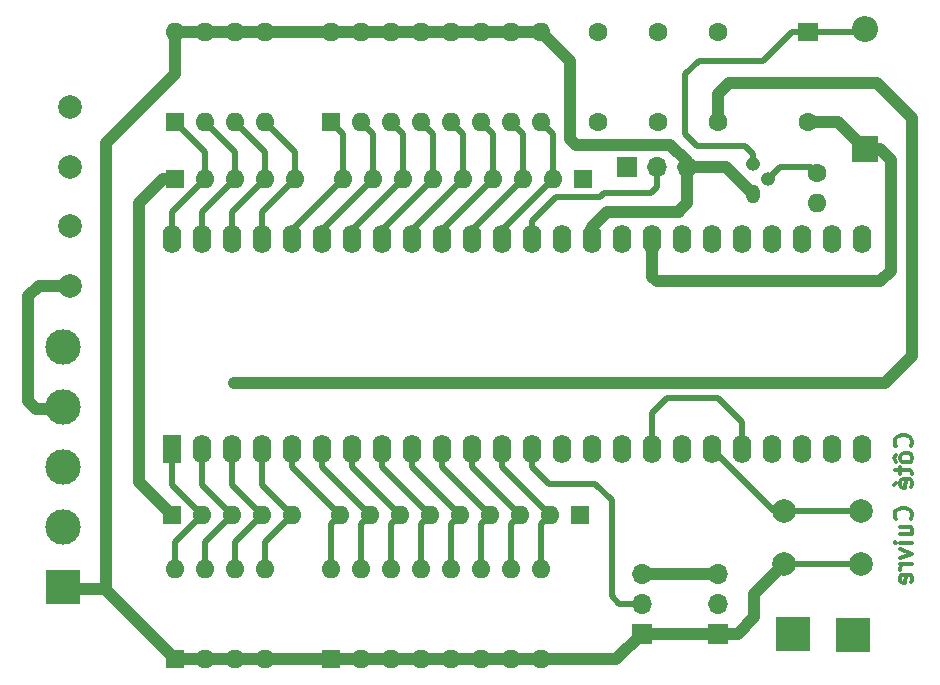
<source format=gbr>
%TF.GenerationSoftware,KiCad,Pcbnew,(5.1.9)-1*%
%TF.CreationDate,2022-09-08T11:50:57+02:00*%
%TF.ProjectId,gonogo-upduino,676f6e6f-676f-42d7-9570-6475696e6f2e,rev?*%
%TF.SameCoordinates,Original*%
%TF.FileFunction,Copper,L2,Bot*%
%TF.FilePolarity,Positive*%
%FSLAX46Y46*%
G04 Gerber Fmt 4.6, Leading zero omitted, Abs format (unit mm)*
G04 Created by KiCad (PCBNEW (5.1.9)-1) date 2022-09-08 11:50:57*
%MOMM*%
%LPD*%
G01*
G04 APERTURE LIST*
%TA.AperFunction,NonConductor*%
%ADD10C,0.300000*%
%TD*%
%TA.AperFunction,ComponentPad*%
%ADD11R,1.600000X2.400000*%
%TD*%
%TA.AperFunction,ComponentPad*%
%ADD12O,1.600000X2.400000*%
%TD*%
%TA.AperFunction,ComponentPad*%
%ADD13R,2.200000X2.200000*%
%TD*%
%TA.AperFunction,ComponentPad*%
%ADD14O,2.200000X2.200000*%
%TD*%
%TA.AperFunction,ComponentPad*%
%ADD15R,1.700000X1.700000*%
%TD*%
%TA.AperFunction,ComponentPad*%
%ADD16O,1.700000X1.700000*%
%TD*%
%TA.AperFunction,ComponentPad*%
%ADD17C,1.600000*%
%TD*%
%TA.AperFunction,ComponentPad*%
%ADD18R,1.800000X1.600000*%
%TD*%
%TA.AperFunction,ComponentPad*%
%ADD19O,1.200000X1.600000*%
%TD*%
%TA.AperFunction,ComponentPad*%
%ADD20O,1.200000X1.200000*%
%TD*%
%TA.AperFunction,ComponentPad*%
%ADD21O,1.600000X1.600000*%
%TD*%
%TA.AperFunction,ComponentPad*%
%ADD22R,1.600000X1.600000*%
%TD*%
%TA.AperFunction,ComponentPad*%
%ADD23R,3.000000X3.000000*%
%TD*%
%TA.AperFunction,ComponentPad*%
%ADD24C,2.000000*%
%TD*%
%TA.AperFunction,ComponentPad*%
%ADD25C,3.000000*%
%TD*%
%TA.AperFunction,ViaPad*%
%ADD26C,0.800000*%
%TD*%
%TA.AperFunction,Conductor*%
%ADD27C,1.000000*%
%TD*%
%TA.AperFunction,Conductor*%
%ADD28C,0.500000*%
%TD*%
G04 APERTURE END LIST*
D10*
X196623714Y-91706571D02*
X196695142Y-91635142D01*
X196766571Y-91420857D01*
X196766571Y-91278000D01*
X196695142Y-91063714D01*
X196552285Y-90920857D01*
X196409428Y-90849428D01*
X196123714Y-90778000D01*
X195909428Y-90778000D01*
X195623714Y-90849428D01*
X195480857Y-90920857D01*
X195338000Y-91063714D01*
X195266571Y-91278000D01*
X195266571Y-91420857D01*
X195338000Y-91635142D01*
X195409428Y-91706571D01*
X196766571Y-92563714D02*
X196695142Y-92420857D01*
X196623714Y-92349428D01*
X196480857Y-92278000D01*
X196052285Y-92278000D01*
X195909428Y-92349428D01*
X195838000Y-92420857D01*
X195766571Y-92563714D01*
X195766571Y-92778000D01*
X195838000Y-92920857D01*
X195909428Y-92992285D01*
X196052285Y-93063714D01*
X196480857Y-93063714D01*
X196623714Y-92992285D01*
X196695142Y-92920857D01*
X196766571Y-92778000D01*
X196766571Y-92563714D01*
X195409428Y-92420857D02*
X195195142Y-92706571D01*
X195409428Y-92992285D01*
X195766571Y-93492285D02*
X195766571Y-94063714D01*
X195266571Y-93706571D02*
X196552285Y-93706571D01*
X196695142Y-93778000D01*
X196766571Y-93920857D01*
X196766571Y-94063714D01*
X196695142Y-95135142D02*
X196766571Y-94992285D01*
X196766571Y-94706571D01*
X196695142Y-94563714D01*
X196552285Y-94492285D01*
X195980857Y-94492285D01*
X195838000Y-94563714D01*
X195766571Y-94706571D01*
X195766571Y-94992285D01*
X195838000Y-95135142D01*
X195980857Y-95206571D01*
X196123714Y-95206571D01*
X196266571Y-94492285D01*
X195195142Y-94992285D02*
X195409428Y-94778000D01*
X196623714Y-97849428D02*
X196695142Y-97778000D01*
X196766571Y-97563714D01*
X196766571Y-97420857D01*
X196695142Y-97206571D01*
X196552285Y-97063714D01*
X196409428Y-96992285D01*
X196123714Y-96920857D01*
X195909428Y-96920857D01*
X195623714Y-96992285D01*
X195480857Y-97063714D01*
X195338000Y-97206571D01*
X195266571Y-97420857D01*
X195266571Y-97563714D01*
X195338000Y-97778000D01*
X195409428Y-97849428D01*
X195766571Y-99135142D02*
X196766571Y-99135142D01*
X195766571Y-98492285D02*
X196552285Y-98492285D01*
X196695142Y-98563714D01*
X196766571Y-98706571D01*
X196766571Y-98920857D01*
X196695142Y-99063714D01*
X196623714Y-99135142D01*
X196766571Y-99849428D02*
X195766571Y-99849428D01*
X195266571Y-99849428D02*
X195338000Y-99778000D01*
X195409428Y-99849428D01*
X195338000Y-99920857D01*
X195266571Y-99849428D01*
X195409428Y-99849428D01*
X195766571Y-100420857D02*
X196766571Y-100778000D01*
X195766571Y-101135142D01*
X196766571Y-101706571D02*
X195766571Y-101706571D01*
X196052285Y-101706571D02*
X195909428Y-101778000D01*
X195838000Y-101849428D01*
X195766571Y-101992285D01*
X195766571Y-102135142D01*
X196695142Y-103206571D02*
X196766571Y-103063714D01*
X196766571Y-102778000D01*
X196695142Y-102635142D01*
X196552285Y-102563714D01*
X195980857Y-102563714D01*
X195838000Y-102635142D01*
X195766571Y-102778000D01*
X195766571Y-103063714D01*
X195838000Y-103206571D01*
X195980857Y-103278000D01*
X196123714Y-103278000D01*
X196266571Y-102563714D01*
D11*
%TO.P,UPDuino-3.1,1*%
%TO.N,/GO_0*%
X134112000Y-91948000D03*
D12*
%TO.P,UPDuino-3.1,25*%
%TO.N,Net-(U1-Pad25)*%
X192532000Y-74168000D03*
%TO.P,UPDuino-3.1,2*%
%TO.N,/GO_1*%
X136652000Y-91948000D03*
%TO.P,UPDuino-3.1,26*%
%TO.N,Net-(U1-Pad26)*%
X189992000Y-74168000D03*
%TO.P,UPDuino-3.1,3*%
%TO.N,/GO_2*%
X139192000Y-91948000D03*
%TO.P,UPDuino-3.1,27*%
%TO.N,Net-(U1-Pad27)*%
X187452000Y-74168000D03*
%TO.P,UPDuino-3.1,4*%
%TO.N,/GO_3*%
X141732000Y-91948000D03*
%TO.P,UPDuino-3.1,28*%
%TO.N,Net-(U1-Pad28)*%
X184912000Y-74168000D03*
%TO.P,UPDuino-3.1,5*%
%TO.N,/GO_4*%
X144272000Y-91948000D03*
%TO.P,UPDuino-3.1,29*%
%TO.N,Net-(U1-Pad29)*%
X182372000Y-74168000D03*
%TO.P,UPDuino-3.1,6*%
%TO.N,/GO_5*%
X146812000Y-91948000D03*
%TO.P,UPDuino-3.1,30*%
%TO.N,Net-(U1-Pad30)*%
X179832000Y-74168000D03*
%TO.P,UPDuino-3.1,7*%
%TO.N,/GO_6*%
X149352000Y-91948000D03*
%TO.P,UPDuino-3.1,31*%
%TO.N,Net-(U1-Pad31)*%
X177292000Y-74168000D03*
%TO.P,UPDuino-3.1,8*%
%TO.N,/GO_7*%
X151892000Y-91948000D03*
%TO.P,UPDuino-3.1,32*%
%TO.N,/5v*%
X174752000Y-74168000D03*
%TO.P,UPDuino-3.1,9*%
%TO.N,/GO_8*%
X154432000Y-91948000D03*
%TO.P,UPDuino-3.1,33*%
%TO.N,/3\u002C3V*%
X172212000Y-74168000D03*
%TO.P,UPDuino-3.1,10*%
%TO.N,/GO_9*%
X156972000Y-91948000D03*
%TO.P,UPDuino-3.1,34*%
%TO.N,/GND*%
X169672000Y-74168000D03*
%TO.P,UPDuino-3.1,11*%
%TO.N,/GO_10*%
X159512000Y-91948000D03*
%TO.P,UPDuino-3.1,35*%
%TO.N,/GONOGO*%
X167132000Y-74168000D03*
%TO.P,UPDuino-3.1,12*%
%TO.N,/GO_11*%
X162052000Y-91948000D03*
%TO.P,UPDuino-3.1,36*%
%TO.N,/LED_ENABLE*%
X164592000Y-74168000D03*
%TO.P,UPDuino-3.1,13*%
%TO.N,/GO_1_60S*%
X164592000Y-91948000D03*
%TO.P,UPDuino-3.1,37*%
%TO.N,/NOGO_11*%
X162052000Y-74168000D03*
%TO.P,UPDuino-3.1,14*%
%TO.N,/NOGO_1_60S*%
X167132000Y-91948000D03*
%TO.P,UPDuino-3.1,38*%
%TO.N,/NOGO_10*%
X159512000Y-74168000D03*
%TO.P,UPDuino-3.1,15*%
%TO.N,/SECONDES*%
X169672000Y-91948000D03*
%TO.P,UPDuino-3.1,39*%
%TO.N,/NOGO_9*%
X156972000Y-74168000D03*
%TO.P,UPDuino-3.1,16*%
%TO.N,/MINUTES*%
X172212000Y-91948000D03*
%TO.P,UPDuino-3.1,40*%
%TO.N,/NOGO_8*%
X154432000Y-74168000D03*
%TO.P,UPDuino-3.1,17*%
%TO.N,/12MHz*%
X174752000Y-91948000D03*
%TO.P,UPDuino-3.1,41*%
%TO.N,/NOGO_7*%
X151892000Y-74168000D03*
%TO.P,UPDuino-3.1,18*%
%TO.N,Net-(U1-Pad18)*%
X177292000Y-91948000D03*
%TO.P,UPDuino-3.1,42*%
%TO.N,/NOGO_6*%
X149352000Y-74168000D03*
%TO.P,UPDuino-3.1,19*%
%TO.N,Net-(SW5-Pad1)*%
X179832000Y-91948000D03*
%TO.P,UPDuino-3.1,43*%
%TO.N,/NOGO_5*%
X146812000Y-74168000D03*
%TO.P,UPDuino-3.1,20*%
%TO.N,/12MHz*%
X182372000Y-91948000D03*
%TO.P,UPDuino-3.1,44*%
%TO.N,/NOGO_4*%
X144272000Y-74168000D03*
%TO.P,UPDuino-3.1,21*%
%TO.N,Net-(U1-Pad21)*%
X184912000Y-91948000D03*
%TO.P,UPDuino-3.1,45*%
%TO.N,/NOGO_3*%
X141732000Y-74168000D03*
%TO.P,UPDuino-3.1,22*%
%TO.N,Net-(U1-Pad22)*%
X187452000Y-91948000D03*
%TO.P,UPDuino-3.1,46*%
%TO.N,/NOGO_2*%
X139192000Y-74168000D03*
%TO.P,UPDuino-3.1,23*%
%TO.N,Net-(U1-Pad23)*%
X189992000Y-91948000D03*
%TO.P,UPDuino-3.1,47*%
%TO.N,/NOGO_1*%
X136652000Y-74168000D03*
%TO.P,UPDuino-3.1,24*%
%TO.N,Net-(U1-Pad24)*%
X192532000Y-91948000D03*
%TO.P,UPDuino-3.1,48*%
%TO.N,/NOGO_0*%
X134112000Y-74168000D03*
%TD*%
D13*
%TO.P,1N4001,1*%
%TO.N,/5v*%
X192786000Y-66548000D03*
D14*
%TO.P,1N4001,2*%
%TO.N,Net-(D1-Pad2)*%
X192786000Y-56388000D03*
%TD*%
D15*
%TO.P,E<LED>D,1*%
%TO.N,/3\u002C3V*%
X172593000Y-68072000D03*
D16*
%TO.P,E<LED>D,2*%
%TO.N,/LED_ENABLE*%
X175133000Y-68072000D03*
%TO.P,E<LED>D,3*%
%TO.N,/GND*%
X177673000Y-68072000D03*
%TD*%
D15*
%TO.P,NOGO-1-60S,1*%
%TO.N,/GND*%
X180340000Y-107569000D03*
D16*
%TO.P,NOGO-1-60S,2*%
%TO.N,/NOGO_1_60S*%
X180340000Y-105029000D03*
%TO.P,NOGO-1-60S,3*%
%TO.N,/3\u002C3V*%
X180340000Y-102489000D03*
%TD*%
%TO.P,GO-1-60S,3*%
%TO.N,/3\u002C3V*%
X173863000Y-102489000D03*
%TO.P,GO-1-60S,2*%
%TO.N,/GO_1_60S*%
X173863000Y-105029000D03*
D15*
%TO.P,GO-1-60S,1*%
%TO.N,/GND*%
X173863000Y-107569000D03*
%TD*%
D17*
%TO.P,FINDER 30-22/5v,21*%
%TO.N,Net-(J1-Pad5)*%
X180340000Y-64262000D03*
%TO.P,FINDER 30-22/5v,22*%
%TO.N,Net-(K1-Pad22)*%
X175260000Y-64262000D03*
%TO.P,FINDER 30-22/5v,24*%
%TO.N,Net-(F1-Pad2)*%
X170180000Y-64262000D03*
D18*
%TO.P,FINDER 30-22/5v,A1*%
%TO.N,Net-(D1-Pad2)*%
X187960000Y-56642000D03*
D17*
%TO.P,FINDER 30-22/5v,A2*%
%TO.N,/5v*%
X187960000Y-64262000D03*
%TO.P,FINDER 30-22/5v,11*%
%TO.N,Net-(J1-Pad3)*%
X180340000Y-56642000D03*
%TO.P,FINDER 30-22/5v,14*%
%TO.N,Net-(F2-Pad2)*%
X170180000Y-56642000D03*
%TO.P,FINDER 30-22/5v,12*%
%TO.N,Net-(K1-Pad12)*%
X175260000Y-56642000D03*
%TD*%
D19*
%TO.P,2N2222,1*%
%TO.N,/GND*%
X183261000Y-70358000D03*
D20*
%TO.P,2N2222,2*%
%TO.N,Net-(Q1-Pad2)*%
X184531000Y-69088000D03*
%TO.P,2N2222,3*%
%TO.N,Net-(D1-Pad2)*%
X183261000Y-67818000D03*
%TD*%
D21*
%TO.P,RN1,9*%
%TO.N,/NOGO_4*%
X148590000Y-69088000D03*
%TO.P,RN1,8*%
%TO.N,/NOGO_5*%
X151130000Y-69088000D03*
%TO.P,RN1,7*%
%TO.N,/NOGO_6*%
X153670000Y-69088000D03*
%TO.P,RN1,6*%
%TO.N,/NOGO_7*%
X156210000Y-69088000D03*
%TO.P,RN1,5*%
%TO.N,/NOGO_8*%
X158750000Y-69088000D03*
%TO.P,RN1,4*%
%TO.N,/NOGO_9*%
X161290000Y-69088000D03*
%TO.P,RN1,3*%
%TO.N,/NOGO_10*%
X163830000Y-69088000D03*
%TO.P,RN1,2*%
%TO.N,/NOGO_11*%
X166370000Y-69088000D03*
D22*
%TO.P,RN1,1*%
%TO.N,/3\u002C3V*%
X168910000Y-69088000D03*
%TD*%
D21*
%TO.P,RN2,5*%
%TO.N,/NOGO_3*%
X144526000Y-69088000D03*
%TO.P,RN2,4*%
%TO.N,/NOGO_2*%
X141986000Y-69088000D03*
%TO.P,RN2,3*%
%TO.N,/NOGO_1*%
X139446000Y-69088000D03*
%TO.P,RN2,2*%
%TO.N,/NOGO_0*%
X136906000Y-69088000D03*
D22*
%TO.P,RN2,1*%
%TO.N,/3\u002C3V*%
X134366000Y-69088000D03*
%TD*%
%TO.P,RN3,1*%
%TO.N,/3\u002C3V*%
X168656000Y-97536000D03*
D21*
%TO.P,RN3,2*%
%TO.N,/GO_11*%
X166116000Y-97536000D03*
%TO.P,RN3,3*%
%TO.N,/GO_10*%
X163576000Y-97536000D03*
%TO.P,RN3,4*%
%TO.N,/GO_9*%
X161036000Y-97536000D03*
%TO.P,RN3,5*%
%TO.N,/GO_8*%
X158496000Y-97536000D03*
%TO.P,RN3,6*%
%TO.N,/GO_7*%
X155956000Y-97536000D03*
%TO.P,RN3,7*%
%TO.N,/GO_6*%
X153416000Y-97536000D03*
%TO.P,RN3,8*%
%TO.N,/GO_5*%
X150876000Y-97536000D03*
%TO.P,RN3,9*%
%TO.N,/GO_4*%
X148336000Y-97536000D03*
%TD*%
D22*
%TO.P,RN4,1*%
%TO.N,/3\u002C3V*%
X134112000Y-97536000D03*
D21*
%TO.P,RN4,2*%
%TO.N,/GO_0*%
X136652000Y-97536000D03*
%TO.P,RN4,3*%
%TO.N,/GO_1*%
X139192000Y-97536000D03*
%TO.P,RN4,4*%
%TO.N,/GO_2*%
X141732000Y-97536000D03*
%TO.P,RN4,5*%
%TO.N,/GO_3*%
X144272000Y-97536000D03*
%TD*%
D22*
%TO.P,NOGO-4-11,1*%
%TO.N,/NOGO_4*%
X147574000Y-64262000D03*
D21*
%TO.P,NOGO-4-11,9*%
%TO.N,/GND*%
X165354000Y-56642000D03*
%TO.P,NOGO-4-11,2*%
%TO.N,/NOGO_5*%
X150114000Y-64262000D03*
%TO.P,NOGO-4-11,10*%
%TO.N,/GND*%
X162814000Y-56642000D03*
%TO.P,NOGO-4-11,3*%
%TO.N,/NOGO_6*%
X152654000Y-64262000D03*
%TO.P,NOGO-4-11,11*%
%TO.N,/GND*%
X160274000Y-56642000D03*
%TO.P,NOGO-4-11,4*%
%TO.N,/NOGO_7*%
X155194000Y-64262000D03*
%TO.P,NOGO-4-11,12*%
%TO.N,/GND*%
X157734000Y-56642000D03*
%TO.P,NOGO-4-11,5*%
%TO.N,/NOGO_8*%
X157734000Y-64262000D03*
%TO.P,NOGO-4-11,13*%
%TO.N,/GND*%
X155194000Y-56642000D03*
%TO.P,NOGO-4-11,6*%
%TO.N,/NOGO_9*%
X160274000Y-64262000D03*
%TO.P,NOGO-4-11,14*%
%TO.N,/GND*%
X152654000Y-56642000D03*
%TO.P,NOGO-4-11,7*%
%TO.N,/NOGO_10*%
X162814000Y-64262000D03*
%TO.P,NOGO-4-11,15*%
%TO.N,/GND*%
X150114000Y-56642000D03*
%TO.P,NOGO-4-11,8*%
%TO.N,/NOGO_11*%
X165354000Y-64262000D03*
%TO.P,NOGO-4-11,16*%
%TO.N,/GND*%
X147574000Y-56642000D03*
%TD*%
%TO.P,NOGO-0-3,8*%
%TO.N,/GND*%
X134366000Y-56642000D03*
%TO.P,NOGO-0-3,4*%
%TO.N,/NOGO_3*%
X141986000Y-64262000D03*
%TO.P,NOGO-0-3,7*%
%TO.N,/GND*%
X136906000Y-56642000D03*
%TO.P,NOGO-0-3,3*%
%TO.N,/NOGO_2*%
X139446000Y-64262000D03*
%TO.P,NOGO-0-3,6*%
%TO.N,/GND*%
X139446000Y-56642000D03*
%TO.P,NOGO-0-3,2*%
%TO.N,/NOGO_1*%
X136906000Y-64262000D03*
%TO.P,NOGO-0-3,5*%
%TO.N,/GND*%
X141986000Y-56642000D03*
D22*
%TO.P,NOGO-0-3,1*%
%TO.N,/NOGO_0*%
X134366000Y-64262000D03*
%TD*%
%TO.P,GO-0-3,1*%
%TO.N,/GND*%
X134366000Y-109728000D03*
D21*
%TO.P,GO-0-3,5*%
%TO.N,/GO_3*%
X141986000Y-102108000D03*
%TO.P,GO-0-3,2*%
%TO.N,/GND*%
X136906000Y-109728000D03*
%TO.P,GO-0-3,6*%
%TO.N,/GO_2*%
X139446000Y-102108000D03*
%TO.P,GO-0-3,3*%
%TO.N,/GND*%
X139446000Y-109728000D03*
%TO.P,GO-0-3,7*%
%TO.N,/GO_1*%
X136906000Y-102108000D03*
%TO.P,GO-0-3,4*%
%TO.N,/GND*%
X141986000Y-109728000D03*
%TO.P,GO-0-3,8*%
%TO.N,/GO_0*%
X134366000Y-102108000D03*
%TD*%
%TO.P,GO-4-11,16*%
%TO.N,/GO_4*%
X147574000Y-102108000D03*
%TO.P,GO-4-11,8*%
%TO.N,/GND*%
X165354000Y-109728000D03*
%TO.P,GO-4-11,15*%
%TO.N,/GO_5*%
X150114000Y-102108000D03*
%TO.P,GO-4-11,7*%
%TO.N,/GND*%
X162814000Y-109728000D03*
%TO.P,GO-4-11,14*%
%TO.N,/GO_6*%
X152654000Y-102108000D03*
%TO.P,GO-4-11,6*%
%TO.N,/GND*%
X160274000Y-109728000D03*
%TO.P,GO-4-11,13*%
%TO.N,/GO_7*%
X155194000Y-102108000D03*
%TO.P,GO-4-11,5*%
%TO.N,/GND*%
X157734000Y-109728000D03*
%TO.P,GO-4-11,12*%
%TO.N,/GO_8*%
X157734000Y-102108000D03*
%TO.P,GO-4-11,4*%
%TO.N,/GND*%
X155194000Y-109728000D03*
%TO.P,GO-4-11,11*%
%TO.N,/GO_9*%
X160274000Y-102108000D03*
%TO.P,GO-4-11,3*%
%TO.N,/GND*%
X152654000Y-109728000D03*
%TO.P,GO-4-11,10*%
%TO.N,/GO_10*%
X162814000Y-102108000D03*
%TO.P,GO-4-11,2*%
%TO.N,/GND*%
X150114000Y-109728000D03*
%TO.P,GO-4-11,9*%
%TO.N,/GO_11*%
X165354000Y-102108000D03*
D22*
%TO.P,GO-4-11,1*%
%TO.N,/GND*%
X147574000Y-109728000D03*
%TD*%
D23*
%TO.P,MIN,1*%
%TO.N,/MINUTES*%
X191770000Y-107696000D03*
%TD*%
%TO.P,SEC,1*%
%TO.N,/SECONDES*%
X186690000Y-107569000D03*
%TD*%
D24*
%TO.P,F1/2A,2*%
%TO.N,Net-(F1-Pad2)*%
X125486000Y-73025000D03*
%TO.P,F1/2A,1*%
%TO.N,Net-(F1-Pad1)*%
X125476000Y-78105000D03*
%TD*%
D25*
%TO.P,J1,2*%
%TO.N,Net-(F2-Pad1)*%
X124841000Y-98552000D03*
%TO.P,J1,3*%
%TO.N,Net-(J1-Pad3)*%
X124841000Y-93472000D03*
D23*
%TO.P,J1,1*%
%TO.N,/GND*%
X124841000Y-103632000D03*
D25*
%TO.P,J1,4*%
%TO.N,Net-(F1-Pad1)*%
X124841000Y-88392000D03*
%TO.P,J1,5*%
%TO.N,Net-(J1-Pad5)*%
X124841000Y-83312000D03*
%TD*%
D24*
%TO.P,F2/2A,1*%
%TO.N,Net-(F2-Pad1)*%
X125476000Y-68072000D03*
%TO.P,F2/2A,2*%
%TO.N,Net-(F2-Pad2)*%
X125486000Y-62992000D03*
%TD*%
%TO.P,RESET,2*%
%TO.N,/GND*%
X185928000Y-101655000D03*
%TO.P,RESET,1*%
%TO.N,Net-(SW5-Pad1)*%
X185928000Y-97155000D03*
%TO.P,RESET,2*%
%TO.N,/GND*%
X192428000Y-101655000D03*
%TO.P,RESET,1*%
%TO.N,Net-(SW5-Pad1)*%
X192428000Y-97155000D03*
%TD*%
D17*
%TO.P,15k,1*%
%TO.N,Net-(Q1-Pad2)*%
X188722000Y-68580000D03*
D21*
%TO.P,15k,2*%
%TO.N,/GONOGO*%
X188722000Y-71120000D03*
%TD*%
D26*
%TO.N,Net-(J1-Pad5)*%
X139319000Y-86360000D03*
%TD*%
D27*
%TO.N,/GND*%
X134366000Y-109728000D02*
X136906000Y-109728000D01*
X136906000Y-109728000D02*
X139446000Y-109728000D01*
X139446000Y-109728000D02*
X141986000Y-109728000D01*
X141986000Y-109728000D02*
X147574000Y-109728000D01*
X147574000Y-109728000D02*
X150114000Y-109728000D01*
X150114000Y-109728000D02*
X152654000Y-109728000D01*
X152654000Y-109728000D02*
X155194000Y-109728000D01*
X155194000Y-109728000D02*
X157734000Y-109728000D01*
X157734000Y-109728000D02*
X160274000Y-109728000D01*
X160274000Y-109728000D02*
X162814000Y-109728000D01*
X162814000Y-109728000D02*
X165354000Y-109728000D01*
X134366000Y-56642000D02*
X136906000Y-56642000D01*
X136906000Y-56642000D02*
X139446000Y-56642000D01*
X139446000Y-56642000D02*
X141986000Y-56642000D01*
X141986000Y-56642000D02*
X147574000Y-56642000D01*
X147574000Y-56642000D02*
X150114000Y-56642000D01*
X150114000Y-56642000D02*
X152654000Y-56642000D01*
X152654000Y-56642000D02*
X155194000Y-56642000D01*
X155194000Y-56642000D02*
X157734000Y-56642000D01*
X157734000Y-56642000D02*
X160274000Y-56642000D01*
X160274000Y-56642000D02*
X162814000Y-56642000D01*
X162814000Y-56642000D02*
X165354000Y-56642000D01*
X169672000Y-73406000D02*
X169672000Y-74168000D01*
D28*
X185928000Y-101655000D02*
X192428000Y-101655000D01*
D27*
X173863000Y-107569000D02*
X180340000Y-107569000D01*
X171704000Y-109728000D02*
X173863000Y-107569000D01*
X165354000Y-109728000D02*
X171704000Y-109728000D01*
X180340000Y-107569000D02*
X181991000Y-107569000D01*
X181991000Y-107569000D02*
X183388000Y-106172000D01*
X183388000Y-104195000D02*
X185928000Y-101655000D01*
X183388000Y-106172000D02*
X183388000Y-104195000D01*
X169672000Y-74168000D02*
X169672000Y-73152000D01*
X169672000Y-73152000D02*
X170942000Y-71882000D01*
X170942000Y-71882000D02*
X177038000Y-71882000D01*
X177038000Y-71882000D02*
X177038000Y-71755000D01*
X177673000Y-71120000D02*
X177673000Y-68072000D01*
X177038000Y-71755000D02*
X177673000Y-71120000D01*
X180975000Y-68072000D02*
X183261000Y-70358000D01*
X177673000Y-68072000D02*
X180975000Y-68072000D01*
X177673000Y-67564000D02*
X177673000Y-68072000D01*
X176276000Y-66167000D02*
X177673000Y-67564000D01*
X168275000Y-66167000D02*
X176276000Y-66167000D01*
X167767000Y-65659000D02*
X168275000Y-66167000D01*
X167767000Y-59055000D02*
X167767000Y-65659000D01*
X165354000Y-56642000D02*
X167767000Y-59055000D01*
X128524000Y-103886000D02*
X134366000Y-109728000D01*
X128524000Y-66040000D02*
X128524000Y-103886000D01*
X134366000Y-60198000D02*
X128524000Y-66040000D01*
X134366000Y-56642000D02*
X134366000Y-60198000D01*
X128397000Y-103759000D02*
X128524000Y-103886000D01*
X124841000Y-103759000D02*
X128397000Y-103759000D01*
D28*
%TO.N,Net-(D1-Pad2)*%
X192532000Y-56642000D02*
X192786000Y-56388000D01*
X187960000Y-56642000D02*
X192532000Y-56642000D01*
X186560000Y-56642000D02*
X184147000Y-59055000D01*
X187960000Y-56642000D02*
X186560000Y-56642000D01*
X184147000Y-59055000D02*
X178689000Y-59055000D01*
X178689000Y-59055000D02*
X177546000Y-60198000D01*
X177546000Y-60198000D02*
X177546000Y-65278000D01*
X177546000Y-65278000D02*
X178562000Y-66294000D01*
X178562000Y-66294000D02*
X182626000Y-66294000D01*
X183261000Y-66929000D02*
X183261000Y-67818000D01*
X182626000Y-66294000D02*
X183261000Y-66929000D01*
D27*
%TO.N,/3\u002C3V*%
X134366000Y-69088000D02*
X133350000Y-69088000D01*
X133350000Y-69088000D02*
X131318000Y-71120000D01*
X131318000Y-94742000D02*
X134112000Y-97536000D01*
X131318000Y-71120000D02*
X131318000Y-94742000D01*
X173863000Y-102489000D02*
X180086000Y-102489000D01*
X180086000Y-102489000D02*
X180340000Y-102489000D01*
D28*
%TO.N,/5v*%
X174752000Y-74168000D02*
X175124219Y-74168000D01*
D27*
X192786000Y-66548000D02*
X194056000Y-66548000D01*
X194056000Y-66548000D02*
X194945000Y-67437000D01*
X194945000Y-67437000D02*
X194945000Y-76835000D01*
X194945000Y-76835000D02*
X194056000Y-77724000D01*
X194056000Y-77724000D02*
X175133000Y-77724000D01*
X174752000Y-77343000D02*
X174752000Y-74168000D01*
X175133000Y-77724000D02*
X174752000Y-77343000D01*
X190500000Y-64262000D02*
X192786000Y-66548000D01*
X187960000Y-64262000D02*
X190500000Y-64262000D01*
D28*
%TO.N,/LED_ENABLE*%
X175133000Y-69723000D02*
X175133000Y-68072000D01*
X170688000Y-70231000D02*
X174625000Y-70231000D01*
X170307000Y-70612000D02*
X170688000Y-70231000D01*
X166624000Y-70612000D02*
X170307000Y-70612000D01*
X174625000Y-70231000D02*
X175133000Y-69723000D01*
X164592000Y-72644000D02*
X166624000Y-70612000D01*
X164592000Y-74168000D02*
X164592000Y-72644000D01*
%TO.N,/GO_1_60S*%
X164592000Y-91948000D02*
X164592000Y-93472000D01*
X164592000Y-93472000D02*
X165989000Y-94869000D01*
X165989000Y-94869000D02*
X169926000Y-94869000D01*
X169926000Y-94869000D02*
X171323000Y-96266000D01*
X171323000Y-96266000D02*
X171323000Y-104394000D01*
X171958000Y-105029000D02*
X173863000Y-105029000D01*
X171323000Y-104394000D02*
X171958000Y-105029000D01*
%TO.N,Net-(Q1-Pad2)*%
X184531000Y-69088000D02*
X185547000Y-68072000D01*
X188214000Y-68072000D02*
X188722000Y-68580000D01*
X185547000Y-68072000D02*
X188214000Y-68072000D01*
%TO.N,/GONOGO*%
X167132000Y-74168000D02*
X167504219Y-74168000D01*
%TO.N,/NOGO_4*%
X144272000Y-73406000D02*
X148590000Y-69088000D01*
X144272000Y-74168000D02*
X144272000Y-73406000D01*
X148590000Y-65278000D02*
X147574000Y-64262000D01*
X148590000Y-69088000D02*
X148590000Y-65278000D01*
%TO.N,/NOGO_5*%
X146812000Y-73406000D02*
X151130000Y-69088000D01*
X146812000Y-74168000D02*
X146812000Y-73406000D01*
X151130000Y-65278000D02*
X150114000Y-64262000D01*
X151130000Y-69088000D02*
X151130000Y-65278000D01*
%TO.N,/NOGO_6*%
X149352000Y-73406000D02*
X153670000Y-69088000D01*
X149352000Y-74168000D02*
X149352000Y-73406000D01*
X153670000Y-65278000D02*
X152654000Y-64262000D01*
X153670000Y-69088000D02*
X153670000Y-65278000D01*
%TO.N,/NOGO_7*%
X151892000Y-73406000D02*
X156210000Y-69088000D01*
X151892000Y-74168000D02*
X151892000Y-73406000D01*
X156210000Y-65278000D02*
X155194000Y-64262000D01*
X156210000Y-69088000D02*
X156210000Y-65278000D01*
%TO.N,/NOGO_8*%
X154432000Y-73406000D02*
X158750000Y-69088000D01*
X154432000Y-74168000D02*
X154432000Y-73406000D01*
X158750000Y-65278000D02*
X157734000Y-64262000D01*
X158750000Y-69088000D02*
X158750000Y-65278000D01*
%TO.N,/NOGO_9*%
X156972000Y-73406000D02*
X161290000Y-69088000D01*
X156972000Y-74168000D02*
X156972000Y-73406000D01*
X161290000Y-65278000D02*
X160274000Y-64262000D01*
X161290000Y-69088000D02*
X161290000Y-65278000D01*
%TO.N,/NOGO_10*%
X159512000Y-73406000D02*
X163830000Y-69088000D01*
X159512000Y-74168000D02*
X159512000Y-73406000D01*
X163830000Y-65278000D02*
X162814000Y-64262000D01*
X163830000Y-69088000D02*
X163830000Y-65278000D01*
%TO.N,/NOGO_11*%
X162052000Y-73406000D02*
X166370000Y-69088000D01*
X162052000Y-74168000D02*
X162052000Y-73406000D01*
X166370000Y-65278000D02*
X165354000Y-64262000D01*
X166370000Y-69088000D02*
X166370000Y-65278000D01*
%TO.N,/NOGO_0*%
X134112000Y-71882000D02*
X136906000Y-69088000D01*
X134112000Y-74168000D02*
X134112000Y-71882000D01*
X136906000Y-66802000D02*
X134366000Y-64262000D01*
X136906000Y-69088000D02*
X136906000Y-66802000D01*
%TO.N,/NOGO_1*%
X136652000Y-71882000D02*
X139446000Y-69088000D01*
X136652000Y-74168000D02*
X136652000Y-71882000D01*
X139446000Y-66802000D02*
X136906000Y-64262000D01*
X139446000Y-69088000D02*
X139446000Y-66802000D01*
%TO.N,/NOGO_2*%
X139192000Y-71882000D02*
X141986000Y-69088000D01*
X139192000Y-74168000D02*
X139192000Y-71882000D01*
X141986000Y-66802000D02*
X139446000Y-64262000D01*
X141986000Y-69088000D02*
X141986000Y-66802000D01*
%TO.N,/NOGO_3*%
X141732000Y-71882000D02*
X144526000Y-69088000D01*
X141732000Y-74168000D02*
X141732000Y-71882000D01*
X144526000Y-66802000D02*
X141986000Y-64262000D01*
X144526000Y-69088000D02*
X144526000Y-66802000D01*
%TO.N,/GO_11*%
X162052000Y-93472000D02*
X166116000Y-97536000D01*
X162052000Y-91948000D02*
X162052000Y-93472000D01*
X165354000Y-98298000D02*
X166116000Y-97536000D01*
X165354000Y-102108000D02*
X165354000Y-98298000D01*
%TO.N,/GO_10*%
X159512000Y-93472000D02*
X163576000Y-97536000D01*
X159512000Y-91948000D02*
X159512000Y-93472000D01*
X162814000Y-98298000D02*
X163576000Y-97536000D01*
X162814000Y-102108000D02*
X162814000Y-98298000D01*
%TO.N,/GO_9*%
X156972000Y-93472000D02*
X161036000Y-97536000D01*
X156972000Y-91948000D02*
X156972000Y-93472000D01*
X160274000Y-98298000D02*
X161036000Y-97536000D01*
X160274000Y-102108000D02*
X160274000Y-98298000D01*
%TO.N,/GO_8*%
X154432000Y-93472000D02*
X158496000Y-97536000D01*
X154432000Y-91948000D02*
X154432000Y-93472000D01*
X157734000Y-98298000D02*
X158496000Y-97536000D01*
X157734000Y-102108000D02*
X157734000Y-98298000D01*
%TO.N,/GO_7*%
X151892000Y-93472000D02*
X155956000Y-97536000D01*
X151892000Y-91948000D02*
X151892000Y-93472000D01*
X155194000Y-98298000D02*
X155956000Y-97536000D01*
X155194000Y-102108000D02*
X155194000Y-98298000D01*
%TO.N,/GO_6*%
X149352000Y-93472000D02*
X153416000Y-97536000D01*
X149352000Y-91948000D02*
X149352000Y-93472000D01*
X152654000Y-98298000D02*
X153416000Y-97536000D01*
X152654000Y-102108000D02*
X152654000Y-98298000D01*
%TO.N,/GO_5*%
X146812000Y-93472000D02*
X150876000Y-97536000D01*
X146812000Y-91948000D02*
X146812000Y-93472000D01*
X150114000Y-98298000D02*
X150876000Y-97536000D01*
X150114000Y-102108000D02*
X150114000Y-98298000D01*
%TO.N,/GO_4*%
X144272000Y-93472000D02*
X148336000Y-97536000D01*
X144272000Y-91948000D02*
X144272000Y-93472000D01*
X147574000Y-98298000D02*
X148336000Y-97536000D01*
X147574000Y-102108000D02*
X147574000Y-98298000D01*
%TO.N,/GO_3*%
X141732000Y-94996000D02*
X144272000Y-97536000D01*
X141732000Y-91948000D02*
X141732000Y-94996000D01*
X141986000Y-99822000D02*
X144272000Y-97536000D01*
X141986000Y-102108000D02*
X141986000Y-99822000D01*
%TO.N,/GO_2*%
X139192000Y-94996000D02*
X141732000Y-97536000D01*
X139192000Y-91948000D02*
X139192000Y-94996000D01*
X139446000Y-99822000D02*
X141732000Y-97536000D01*
X139446000Y-102108000D02*
X139446000Y-99822000D01*
%TO.N,/GO_1*%
X136652000Y-94996000D02*
X139192000Y-97536000D01*
X136652000Y-91948000D02*
X136652000Y-94996000D01*
X136906000Y-99822000D02*
X139192000Y-97536000D01*
X136906000Y-102108000D02*
X136906000Y-99822000D01*
%TO.N,/GO_0*%
X134112000Y-94996000D02*
X136652000Y-97536000D01*
X134112000Y-91948000D02*
X134112000Y-94996000D01*
X134366000Y-99822000D02*
X136652000Y-97536000D01*
X134366000Y-102108000D02*
X134366000Y-99822000D01*
%TO.N,/SECONDES*%
X169672000Y-91948000D02*
X169672000Y-92710000D01*
%TO.N,/12MHz*%
X174752000Y-88900000D02*
X174752000Y-91948000D01*
X176022000Y-87630000D02*
X174752000Y-88900000D01*
X180340000Y-87630000D02*
X176022000Y-87630000D01*
X182372000Y-89662000D02*
X180340000Y-87630000D01*
X182372000Y-91948000D02*
X182372000Y-89662000D01*
D27*
%TO.N,Net-(F1-Pad1)*%
X124841000Y-88519000D02*
X122555000Y-88519000D01*
X122555000Y-88519000D02*
X121920000Y-87884000D01*
X121920000Y-87884000D02*
X121920000Y-78994000D01*
X122809000Y-78105000D02*
X125476000Y-78105000D01*
X121920000Y-78994000D02*
X122809000Y-78105000D01*
%TO.N,Net-(J1-Pad5)*%
X180340000Y-64262000D02*
X180340000Y-61849000D01*
X180340000Y-61849000D02*
X181229000Y-60960000D01*
X181229000Y-60960000D02*
X193802000Y-60960000D01*
X193802000Y-60960000D02*
X196723000Y-63881000D01*
X196723000Y-63881000D02*
X196723000Y-84074000D01*
X196723000Y-84074000D02*
X194437000Y-86360000D01*
X194437000Y-86360000D02*
X139319000Y-86360000D01*
D28*
%TO.N,Net-(SW5-Pad1)*%
X185039000Y-97155000D02*
X185928000Y-97155000D01*
X179832000Y-91948000D02*
X185039000Y-97155000D01*
X185928000Y-97155000D02*
X192428000Y-97155000D01*
%TD*%
M02*

</source>
